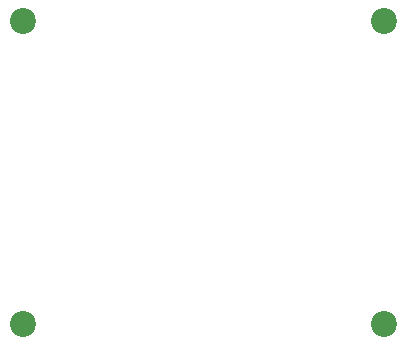
<source format=gbr>
%TF.GenerationSoftware,KiCad,Pcbnew,7.0.11-7.0.11~ubuntu22.04.1*%
%TF.CreationDate,2024-06-09T19:30:32+02:00*%
%TF.ProjectId,E73-2G4M08S1C-52840,4537332d-3247-4344-9d30-385331432d35,rev?*%
%TF.SameCoordinates,Original*%
%TF.FileFunction,Soldermask,Bot*%
%TF.FilePolarity,Negative*%
%FSLAX46Y46*%
G04 Gerber Fmt 4.6, Leading zero omitted, Abs format (unit mm)*
G04 Created by KiCad (PCBNEW 7.0.11-7.0.11~ubuntu22.04.1) date 2024-06-09 19:30:32*
%MOMM*%
%LPD*%
G01*
G04 APERTURE LIST*
%ADD10C,2.200000*%
G04 APERTURE END LIST*
D10*
%TO.C,H1*%
X2200000Y-2200000D03*
%TD*%
%TO.C,H4*%
X2200000Y-27800000D03*
%TD*%
%TO.C,H2*%
X32800000Y-2200000D03*
%TD*%
%TO.C,H3*%
X32800000Y-27800000D03*
%TD*%
M02*

</source>
